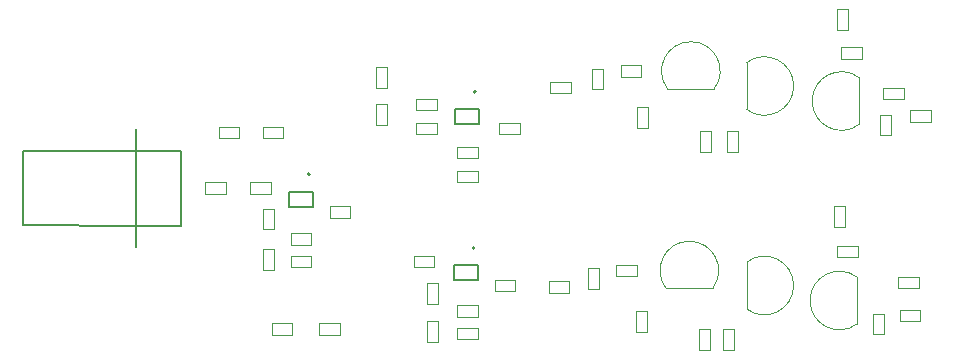
<source format=gbr>
%TF.GenerationSoftware,Altium Limited,Altium Designer,22.7.1 (60)*%
G04 Layer_Color=16711935*
%FSLAX45Y45*%
%MOMM*%
%TF.SameCoordinates,8DF05635-03F1-411C-9BC5-7CD19558B576*%
%TF.FilePolarity,Positive*%
%TF.FileFunction,Other,Mechanical_13*%
%TF.Part,Single*%
G01*
G75*
%TA.AperFunction,NonConductor*%
%ADD26C,0.20000*%
%ADD28C,0.12700*%
%ADD42C,0.10000*%
D26*
X5434400Y4127200D02*
G03*
X5434400Y4127200I-10000J0D01*
G01*
X4038660Y4750010D02*
G03*
X4038660Y4750010I-10000J0D01*
G01*
X5445900Y5449500D02*
G03*
X5445900Y5449500I-10000J0D01*
G01*
D28*
X2565900Y4318000D02*
X2946900D01*
Y4953000D01*
X2565900D02*
X2946900D01*
X2565900Y4135500D02*
Y4318000D01*
Y4953000D01*
Y5135500D01*
X1613900Y4952000D02*
X2565900Y4953000D01*
X1613900Y4319000D02*
Y4952000D01*
Y4319000D02*
X2565900Y4318000D01*
X2946900D01*
Y4953000D01*
X2565900D02*
X2946900D01*
X2565900Y4135500D02*
Y4318000D01*
Y4953000D01*
Y5135500D01*
X1613900Y4952000D02*
X2565900Y4953000D01*
X1613900Y4319000D02*
Y4952000D01*
Y4319000D02*
X2565900Y4318000D01*
X5259400Y3854700D02*
Y3979700D01*
Y3854700D02*
X5459400D01*
Y3979700D01*
X5259400D02*
X5459400D01*
X3863660Y4477510D02*
Y4602510D01*
Y4477510D02*
X4063660D01*
Y4602510D01*
X3863660D02*
X4063660D01*
X5270900Y5302000D02*
X5470900D01*
Y5177000D02*
Y5302000D01*
X5270900Y5177000D02*
X5470900D01*
X5270900D02*
Y5302000D01*
D42*
X8689626Y5570098D02*
G03*
X8689626Y5174102I-150000J-197998D01*
G01*
X8671700Y3880998D02*
G03*
X8671700Y3485002I-150000J-197998D01*
G01*
X7449698Y3787000D02*
G03*
X7053702Y3787000I-197998J150000D01*
G01*
X7736700Y3612002D02*
G03*
X7736700Y4007998I150000J197998D01*
G01*
X7462398Y5476100D02*
G03*
X7066402Y5476100I-197998J150000D01*
G01*
X7736700Y5301102D02*
G03*
X7736700Y5697098I150000J197998D01*
G01*
X9066400Y5388100D02*
Y5483100D01*
X8891400Y5388100D02*
Y5483100D01*
Y5388100D02*
X9066400D01*
X8891400Y5483100D02*
X9066400D01*
X9120000Y5197600D02*
Y5292600D01*
X9295000Y5197600D02*
Y5292600D01*
X9120000D02*
X9295000D01*
X9120000Y5197600D02*
X9295000D01*
X9031100Y3508500D02*
Y3603500D01*
X9206100Y3508500D02*
Y3603500D01*
X9031100D02*
X9206100D01*
X9031100Y3508500D02*
X9206100D01*
X9193400Y3787900D02*
Y3882900D01*
X9018400Y3787900D02*
Y3882900D01*
Y3787900D02*
X9193400D01*
X9018400Y3882900D02*
X9193400D01*
X5602100Y3857500D02*
X5777100D01*
X5602100Y3762500D02*
X5777100D01*
X5602100D02*
Y3857500D01*
X5777100Y3762500D02*
Y3857500D01*
X5639000Y5185400D02*
X5814000D01*
X5639000Y5090400D02*
X5814000D01*
X5639000D02*
Y5185400D01*
X5814000Y5090400D02*
Y5185400D01*
X7426200Y3265300D02*
Y3440300D01*
X7331200Y3265300D02*
Y3440300D01*
X7426200D01*
X7331200Y3265300D02*
X7426200D01*
X6905500Y5144900D02*
Y5319900D01*
X6810500Y5144900D02*
Y5319900D01*
X6905500D01*
X6810500Y5144900D02*
X6905500D01*
X6073337Y5440076D02*
X6248337D01*
X6073337Y5535076D02*
X6248337D01*
Y5440076D02*
Y5535076D01*
X6073337Y5440076D02*
Y5535076D01*
X6524083Y5470005D02*
Y5645005D01*
X6429083Y5470005D02*
Y5645005D01*
X6524083D01*
X6429083Y5470005D02*
X6524083D01*
X6668900Y5578600D02*
X6843900D01*
X6668900Y5673600D02*
X6843900D01*
Y5578600D02*
Y5673600D01*
X6668900Y5578600D02*
Y5673600D01*
X8962900Y5081400D02*
Y5256400D01*
X8867900Y5081400D02*
Y5256400D01*
X8962900D01*
X8867900Y5081400D02*
X8962900D01*
X8535800Y5826000D02*
X8710800D01*
X8535800Y5731000D02*
X8710800D01*
X8535800D02*
Y5826000D01*
X8710800Y5731000D02*
Y5826000D01*
X8594600Y5976900D02*
Y6151900D01*
X8499600Y5976900D02*
Y6151900D01*
X8594600D01*
X8499600Y5976900D02*
X8594600D01*
X8689625Y5174102D02*
Y5570098D01*
X7438900Y4941700D02*
Y5116700D01*
X7343900Y4941700D02*
Y5116700D01*
X7438900D01*
X7343900Y4941700D02*
X7438900D01*
X7667500D02*
Y5116700D01*
X7572500Y4941700D02*
Y5116700D01*
X7667500D01*
X7572500Y4941700D02*
X7667500D01*
X6059300Y3749800D02*
X6234300D01*
X6059300Y3844800D02*
X6234300D01*
Y3749800D02*
Y3844800D01*
X6059300Y3749800D02*
Y3844800D01*
X7629400Y3265300D02*
Y3440300D01*
X7534400Y3265300D02*
Y3440300D01*
X7629400D01*
X7534400Y3265300D02*
X7629400D01*
X8671700Y3485002D02*
Y3880998D01*
X8569200Y4306700D02*
Y4481700D01*
X8474200Y4306700D02*
Y4481700D01*
X8569200D01*
X8474200Y4306700D02*
X8569200D01*
X8903159Y3396989D02*
Y3571989D01*
X8808159Y3396989D02*
Y3571989D01*
X8903159D01*
X8808159Y3396989D02*
X8903159D01*
X3151000Y4588000D02*
X3326000D01*
X3151000Y4683000D02*
X3326000D01*
Y4588000D02*
Y4683000D01*
X3151000Y4588000D02*
Y4683000D01*
X8504316Y4146347D02*
X8679316D01*
X8504316Y4051346D02*
X8679316D01*
X8504316D02*
Y4146347D01*
X8679316Y4051346D02*
Y4146347D01*
X6630800Y3889500D02*
X6805800D01*
X6630800Y3984500D02*
X6805800D01*
Y3889500D02*
Y3984500D01*
X6630800Y3889500D02*
Y3984500D01*
X6892800Y3417700D02*
Y3592700D01*
X6797800Y3417700D02*
Y3592700D01*
X6892800D01*
X6797800Y3417700D02*
X6892800D01*
X6486400Y3779500D02*
Y3954500D01*
X6391400Y3779500D02*
Y3954500D01*
X6486400D01*
X6391400Y3779500D02*
X6486400D01*
X7053702Y3787000D02*
X7449698D01*
X4116500Y3489200D02*
X4291500D01*
X4116500Y3394200D02*
X4291500D01*
X4116500D02*
Y3489200D01*
X4291500Y3394200D02*
Y3489200D01*
X3716300Y3489200D02*
X3891300D01*
X3716300Y3394200D02*
X3891300D01*
X3716300D02*
Y3489200D01*
X3891300Y3394200D02*
Y3489200D01*
X4916300Y3965700D02*
X5091300D01*
X4916300Y4060700D02*
X5091300D01*
Y3965700D02*
Y4060700D01*
X4916300Y3965700D02*
Y4060700D01*
X5032500Y3335000D02*
X5127500D01*
X5032500Y3510000D02*
X5127500D01*
X5032500Y3335000D02*
Y3510000D01*
X5127500Y3335000D02*
Y3510000D01*
Y3652800D02*
Y3827800D01*
X5032500Y3652800D02*
Y3827800D01*
X5127500D01*
X5032500Y3652800D02*
X5127500D01*
X5284600Y3356100D02*
X5459600D01*
X5284600Y3451100D02*
X5459600D01*
Y3356100D02*
Y3451100D01*
X5284600Y3356100D02*
Y3451100D01*
Y3546600D02*
X5459600D01*
X5284600Y3641600D02*
X5459600D01*
Y3546600D02*
Y3641600D01*
X5284600Y3546600D02*
Y3641600D01*
X4694500Y5482200D02*
Y5657200D01*
X4599500Y5482200D02*
Y5657200D01*
X4694500D01*
X4599500Y5482200D02*
X4694500D01*
X4694500Y5170900D02*
Y5345900D01*
X4599500Y5170900D02*
Y5345900D01*
X4694500D01*
X4599500Y5170900D02*
X4694500D01*
X4940500Y5090400D02*
X5115500D01*
X4940500Y5185400D02*
X5115500D01*
Y5090400D02*
Y5185400D01*
X4940500Y5090400D02*
Y5185400D01*
X5283400Y4684000D02*
X5458400D01*
X5283400Y4779000D02*
X5458400D01*
Y4684000D02*
Y4779000D01*
X5283400Y4684000D02*
Y4779000D01*
Y4887200D02*
X5458400D01*
X5283400Y4982200D02*
X5458400D01*
Y4887200D02*
Y4982200D01*
X5283400Y4887200D02*
Y4982200D01*
X3638907Y3942830D02*
X3733907D01*
X3638907Y4117830D02*
X3733907D01*
X3638907Y3942830D02*
Y4117830D01*
X3733907Y3942830D02*
Y4117830D01*
X3640100Y5057900D02*
X3815100D01*
X3640100Y5152900D02*
X3815100D01*
Y5057900D02*
Y5152900D01*
X3640100Y5057900D02*
Y5152900D01*
X3265600Y5057900D02*
X3440600D01*
X3265600Y5152900D02*
X3440600D01*
Y5057900D02*
Y5152900D01*
X3265600Y5057900D02*
Y5152900D01*
X3733907Y4285572D02*
Y4460572D01*
X3638907Y4285572D02*
Y4460572D01*
X3733907D01*
X3638907Y4285572D02*
X3733907D01*
X3875200Y4156200D02*
X4050200D01*
X3875200Y4251200D02*
X4050200D01*
Y4156200D02*
Y4251200D01*
X3875200Y4156200D02*
Y4251200D01*
Y3965700D02*
X4050200D01*
X3875200Y4060700D02*
X4050200D01*
Y3965700D02*
Y4060700D01*
X3875200Y3965700D02*
Y4060700D01*
X3532300Y4588000D02*
X3707300D01*
X3532300Y4683000D02*
X3707300D01*
Y4588000D02*
Y4683000D01*
X3532300Y4588000D02*
Y4683000D01*
X4205400Y4479800D02*
X4380400D01*
X4205400Y4384800D02*
X4380400D01*
X4205400D02*
Y4479800D01*
X4380400Y4384800D02*
Y4479800D01*
X7736700Y3612002D02*
Y4007998D01*
X7066402Y5476100D02*
X7462398D01*
X7736700Y5301102D02*
Y5697098D01*
X4940500Y5293600D02*
Y5388600D01*
X5115500Y5293600D02*
Y5388600D01*
X4940500D02*
X5115500D01*
X4940500Y5293600D02*
X5115500D01*
%TF.MD5,80b24edaa80805cc73ee746f3a394f00*%
M02*

</source>
